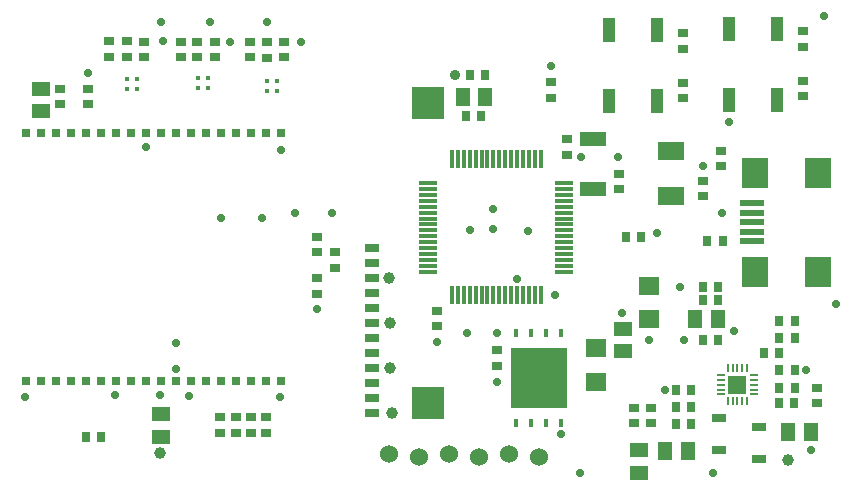
<source format=gts>
G75*
%MOIN*%
%OFA0B0*%
%FSLAX25Y25*%
%IPPOS*%
%LPD*%
%AMOC8*
5,1,8,0,0,1.08239X$1,22.5*
%
%ADD10R,0.02559X0.03150*%
%ADD11R,0.05906X0.01181*%
%ADD12R,0.01181X0.05906*%
%ADD13R,0.02756X0.00787*%
%ADD14R,0.00787X0.02756*%
%ADD15R,0.06496X0.06496*%
%ADD16R,0.08661X0.09843*%
%ADD17R,0.07874X0.01969*%
%ADD18R,0.03937X0.07874*%
%ADD19R,0.01772X0.01772*%
%ADD20R,0.10950X0.10950*%
%ADD21C,0.06000*%
%ADD22R,0.05118X0.05906*%
%ADD23R,0.02756X0.03543*%
%ADD24R,0.03543X0.02756*%
%ADD25R,0.05906X0.05118*%
%ADD26R,0.04724X0.02559*%
%ADD27R,0.19000X0.20000*%
%ADD28R,0.01400X0.03000*%
%ADD29R,0.09055X0.06299*%
%ADD30R,0.08661X0.05118*%
%ADD31R,0.05000X0.02500*%
%ADD32R,0.07098X0.06299*%
%ADD33C,0.02800*%
%ADD34C,0.03962*%
%ADD35C,0.03569*%
D10*
X0119213Y0126339D03*
X0114213Y0126339D03*
X0109213Y0126339D03*
X0104213Y0126339D03*
X0099213Y0126339D03*
X0094213Y0126339D03*
X0089213Y0126339D03*
X0084213Y0126339D03*
X0079213Y0126339D03*
X0074213Y0126339D03*
X0069213Y0126339D03*
X0064213Y0126339D03*
X0059213Y0126339D03*
X0054213Y0126339D03*
X0049213Y0126339D03*
X0044213Y0126339D03*
X0039213Y0126339D03*
X0034213Y0126339D03*
X0034213Y0043661D03*
X0039213Y0043661D03*
X0044213Y0043661D03*
X0049213Y0043661D03*
X0054213Y0043661D03*
X0059213Y0043661D03*
X0064213Y0043661D03*
X0069213Y0043661D03*
X0074213Y0043661D03*
X0079213Y0043661D03*
X0084213Y0043661D03*
X0089213Y0043661D03*
X0094213Y0043661D03*
X0099213Y0043661D03*
X0104213Y0043661D03*
X0109213Y0043661D03*
X0114213Y0043661D03*
X0119213Y0043661D03*
D11*
X0168462Y0109764D03*
X0168462Y0107795D03*
X0168462Y0105827D03*
X0168462Y0103858D03*
X0168462Y0101890D03*
X0168462Y0099921D03*
X0168462Y0097953D03*
X0168462Y0095984D03*
X0168462Y0094016D03*
X0168462Y0092047D03*
X0168462Y0090079D03*
X0168462Y0088110D03*
X0168462Y0086142D03*
X0168462Y0084173D03*
X0168462Y0082205D03*
X0168462Y0080236D03*
X0213738Y0080236D03*
X0213738Y0082205D03*
X0213738Y0084173D03*
X0213738Y0086142D03*
X0213738Y0088110D03*
X0213738Y0090079D03*
X0213738Y0092047D03*
X0213738Y0094016D03*
X0213738Y0095984D03*
X0213738Y0097953D03*
X0213738Y0099921D03*
X0213738Y0101890D03*
X0213738Y0103858D03*
X0213738Y0105827D03*
X0213738Y0107795D03*
X0213738Y0109764D03*
D12*
X0176336Y0072362D03*
X0178305Y0072362D03*
X0180273Y0072362D03*
X0182242Y0072362D03*
X0184210Y0072362D03*
X0186179Y0072362D03*
X0188147Y0072362D03*
X0190116Y0072362D03*
X0192084Y0072362D03*
X0194053Y0072362D03*
X0196021Y0072362D03*
X0197990Y0072362D03*
X0199958Y0072362D03*
X0201927Y0072362D03*
X0203895Y0072362D03*
X0205864Y0072362D03*
X0205864Y0117638D03*
X0203895Y0117638D03*
X0201927Y0117638D03*
X0199958Y0117638D03*
X0197990Y0117638D03*
X0196021Y0117638D03*
X0194053Y0117638D03*
X0192084Y0117638D03*
X0190116Y0117638D03*
X0188147Y0117638D03*
X0186179Y0117638D03*
X0184210Y0117638D03*
X0182242Y0117638D03*
X0180273Y0117638D03*
X0178305Y0117638D03*
X0176336Y0117638D03*
D13*
X0265988Y0045650D03*
X0265988Y0044075D03*
X0265988Y0042500D03*
X0265988Y0040925D03*
X0265988Y0039350D03*
X0277012Y0039350D03*
X0277012Y0040925D03*
X0277012Y0042500D03*
X0277012Y0044075D03*
X0277012Y0045650D03*
D14*
X0268350Y0036988D03*
X0269925Y0036988D03*
X0271500Y0036988D03*
X0273075Y0036988D03*
X0274650Y0036988D03*
X0274650Y0048012D03*
X0273075Y0048012D03*
X0271500Y0048012D03*
X0269925Y0048012D03*
X0268350Y0048012D03*
D15*
X0271500Y0042500D03*
D16*
X0277326Y0080165D03*
X0277326Y0113235D03*
X0298192Y0080165D03*
X0298192Y0113235D03*
D17*
X0276342Y0090401D03*
X0276342Y0093550D03*
X0276342Y0096700D03*
X0276342Y0099850D03*
X0276342Y0102999D03*
D18*
X0268588Y0137589D03*
X0284612Y0137589D03*
X0268588Y0161211D03*
X0284612Y0161211D03*
X0228688Y0137089D03*
X0244712Y0137089D03*
X0228688Y0160711D03*
X0244712Y0160711D03*
D19*
X0071473Y0141127D03*
X0068127Y0141127D03*
X0068127Y0144473D03*
X0071473Y0144473D03*
X0094873Y0141327D03*
X0091527Y0141327D03*
X0091527Y0144673D03*
X0094873Y0144673D03*
X0118073Y0140427D03*
X0114727Y0140427D03*
X0114727Y0143773D03*
X0118073Y0143773D03*
D20*
X0168400Y0036300D03*
X0168400Y0136300D03*
D21*
X0155300Y0019500D03*
X0165300Y0018500D03*
X0175300Y0019500D03*
X0185300Y0018500D03*
X0195300Y0019500D03*
X0205300Y0018500D03*
D22*
X0264840Y0064600D03*
X0257360Y0064600D03*
X0247460Y0020600D03*
X0254940Y0020600D03*
X0179960Y0138600D03*
X0187440Y0138600D03*
X0288360Y0026700D03*
X0295840Y0026700D03*
D23*
X0285441Y0063800D03*
X0290559Y0063800D03*
X0256159Y0035100D03*
X0251041Y0035100D03*
X0280341Y0053100D03*
X0285459Y0053100D03*
X0264959Y0057600D03*
X0259841Y0057600D03*
X0265059Y0070700D03*
X0259941Y0070700D03*
X0259941Y0075100D03*
X0265059Y0075100D03*
X0256159Y0029400D03*
X0251041Y0029400D03*
X0251041Y0040900D03*
X0256159Y0040900D03*
X0290559Y0041400D03*
X0285441Y0041400D03*
X0290559Y0047500D03*
X0285441Y0047500D03*
X0290459Y0036300D03*
X0285341Y0036300D03*
X0290559Y0058100D03*
X0285441Y0058100D03*
X0239359Y0091700D03*
X0234241Y0091700D03*
X0182341Y0145900D03*
X0187459Y0145900D03*
X0181041Y0132000D03*
X0186159Y0132000D03*
X0054241Y0025200D03*
X0059359Y0025200D03*
X0261441Y0090400D03*
X0266559Y0090400D03*
D24*
X0298000Y0041459D03*
X0298000Y0036341D03*
X0137300Y0086659D03*
X0137300Y0081541D03*
X0131300Y0091759D03*
X0131300Y0086641D03*
X0209500Y0143359D03*
X0209500Y0138241D03*
X0131300Y0072941D03*
X0131300Y0078059D03*
X0171500Y0062041D03*
X0171500Y0067159D03*
X0191500Y0048941D03*
X0191500Y0054059D03*
X0114300Y0031659D03*
X0114300Y0026541D03*
X0109200Y0031659D03*
X0109200Y0026541D03*
X0104200Y0031659D03*
X0104200Y0026541D03*
X0099000Y0031659D03*
X0099000Y0026541D03*
X0054900Y0141159D03*
X0054900Y0136041D03*
X0045700Y0141159D03*
X0045700Y0136041D03*
X0253400Y0154541D03*
X0253400Y0159659D03*
X0253400Y0138141D03*
X0253400Y0143259D03*
X0293300Y0155241D03*
X0293300Y0160359D03*
X0293200Y0138641D03*
X0293200Y0143759D03*
X0114800Y0156659D03*
X0114800Y0151541D03*
X0120400Y0156759D03*
X0120400Y0151641D03*
X0109000Y0156759D03*
X0109000Y0151641D03*
X0091500Y0156859D03*
X0091500Y0151741D03*
X0097300Y0156759D03*
X0097300Y0151641D03*
X0085900Y0156959D03*
X0085900Y0151841D03*
X0068100Y0157059D03*
X0068100Y0151941D03*
X0073800Y0156959D03*
X0073800Y0151841D03*
X0062000Y0157059D03*
X0062000Y0151941D03*
X0266000Y0115341D03*
X0266000Y0120459D03*
X0259900Y0110559D03*
X0259900Y0105441D03*
X0214600Y0119241D03*
X0214600Y0124359D03*
X0231900Y0112959D03*
X0231900Y0107841D03*
X0237000Y0029641D03*
X0237000Y0034759D03*
X0242700Y0029641D03*
X0242700Y0034759D03*
D25*
X0233200Y0061140D03*
X0233200Y0053660D03*
X0039200Y0141240D03*
X0039200Y0133760D03*
X0079200Y0032740D03*
X0079200Y0025260D03*
X0238800Y0013260D03*
X0238800Y0020740D03*
D26*
X0265200Y0031513D03*
X0265200Y0020687D03*
X0278700Y0028513D03*
X0278700Y0017687D03*
D27*
X0205200Y0044900D03*
D28*
X0197700Y0029900D03*
X0202700Y0029900D03*
X0207700Y0029900D03*
X0212700Y0029900D03*
X0212700Y0059900D03*
X0207700Y0059900D03*
X0202700Y0059900D03*
X0197700Y0059900D03*
D29*
X0249400Y0105420D03*
X0249400Y0120380D03*
D30*
X0223500Y0124368D03*
X0223500Y0107832D03*
D31*
X0149600Y0088100D03*
X0149600Y0083100D03*
X0149600Y0078100D03*
X0149600Y0073100D03*
X0149600Y0068100D03*
X0149600Y0063100D03*
X0149600Y0058100D03*
X0149600Y0053100D03*
X0149600Y0048100D03*
X0149600Y0043100D03*
X0149600Y0038100D03*
X0149600Y0033100D03*
D32*
X0242100Y0075598D03*
X0242100Y0064402D03*
X0224200Y0054698D03*
X0224200Y0043502D03*
D33*
X0252400Y0075200D03*
X0033900Y0038500D03*
X0063900Y0039000D03*
X0079100Y0039000D03*
X0119000Y0038300D03*
X0088700Y0038900D03*
X0054900Y0146500D03*
X0119200Y0120700D03*
X0244600Y0093100D03*
X0266500Y0099900D03*
X0074300Y0121900D03*
X0182300Y0094000D03*
X0201600Y0093900D03*
X0209500Y0148900D03*
X0260000Y0115300D03*
X0219400Y0118500D03*
X0231800Y0118500D03*
X0131300Y0067700D03*
X0171500Y0056900D03*
X0268600Y0130200D03*
X0212700Y0026100D03*
X0191500Y0043400D03*
X0294300Y0047500D03*
X0296000Y0020700D03*
X0247200Y0040900D03*
X0270300Y0060600D03*
X0232900Y0066300D03*
X0084300Y0056300D03*
X0084300Y0047900D03*
X0263500Y0013200D03*
X0219100Y0013200D03*
X0099200Y0098100D03*
X0112900Y0098100D03*
X0136300Y0099800D03*
X0123900Y0099800D03*
X0079900Y0157200D03*
X0126000Y0156759D03*
X0102500Y0156759D03*
X0079300Y0163400D03*
X0095800Y0163400D03*
X0114800Y0163300D03*
X0190100Y0094600D03*
X0190100Y0101000D03*
X0191500Y0059700D03*
X0181500Y0059700D03*
X0304300Y0069400D03*
X0300500Y0165400D03*
X0242100Y0057500D03*
X0253700Y0057600D03*
X0210800Y0072500D03*
X0198000Y0077900D03*
D34*
X0271500Y0042500D03*
X0155400Y0078100D03*
X0155800Y0063100D03*
X0156400Y0033000D03*
X0155800Y0048100D03*
X0288300Y0017600D03*
X0079100Y0019700D03*
D35*
X0177500Y0145900D03*
M02*

</source>
